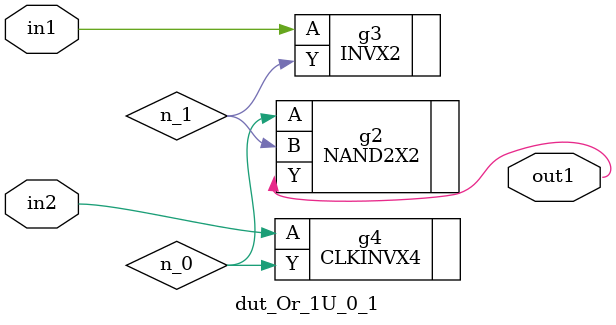
<source format=v>
`timescale 1ps / 1ps


module dut_Or_1U_0_1(in2, in1, out1);
  input in2, in1;
  output out1;
  wire in2, in1;
  wire out1;
  wire n_0, n_1;
  NAND2X2 g2(.A (n_0), .B (n_1), .Y (out1));
  INVX2 g3(.A (in1), .Y (n_1));
  CLKINVX4 g4(.A (in2), .Y (n_0));
endmodule



</source>
